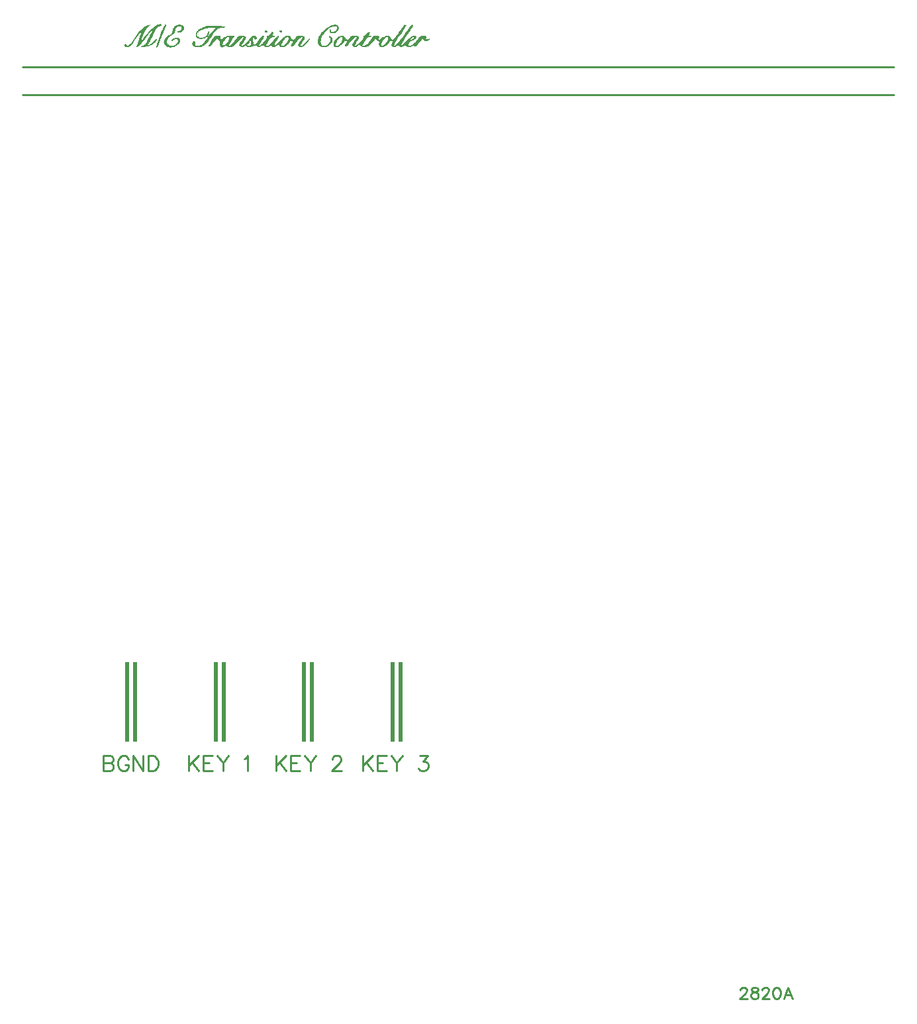
<source format=gto>
G04 Layer: TopSilkscreenLayer*
G04 EasyEDA v6.5.29, 2023-07-16 15:11:24*
G04 67781e16ba424d80afd487f8c688e69f,5a6b42c53f6a479593ecc07194224c93,10*
G04 Gerber Generator version 0.2*
G04 Scale: 100 percent, Rotated: No, Reflected: No *
G04 Dimensions in millimeters *
G04 leading zeros omitted , absolute positions ,4 integer and 5 decimal *
%FSLAX45Y45*%
%MOMM*%

%ADD10C,0.2540*%

%LPD*%
G36*
X1758035Y12723012D02*
G01*
X1753768Y12722809D01*
X1743049Y12721386D01*
X1730552Y12718948D01*
X1717700Y12715595D01*
X1711299Y12713258D01*
X1704238Y12709804D01*
X1696618Y12705384D01*
X1688439Y12700000D01*
X1679854Y12693700D01*
X1670862Y12686538D01*
X1661515Y12678664D01*
X1651914Y12670078D01*
X1642160Y12660833D01*
X1632204Y12650978D01*
X1612239Y12629845D01*
X1602282Y12618618D01*
X1592478Y12607086D01*
X1582877Y12595250D01*
X1573479Y12583210D01*
X1564436Y12571069D01*
X1545945Y12544806D01*
X1536903Y12532461D01*
X1529029Y12522149D01*
X1522679Y12514376D01*
X1518310Y12509703D01*
X1516938Y12508687D01*
X1516227Y12508585D01*
X1516075Y12509601D01*
X1517091Y12515189D01*
X1519682Y12524892D01*
X1523644Y12538049D01*
X1534820Y12571730D01*
X1540814Y12588443D01*
X1546148Y12602159D01*
X1551584Y12614859D01*
X1557172Y12626594D01*
X1562963Y12637414D01*
X1569008Y12647472D01*
X1575308Y12656820D01*
X1582013Y12665557D01*
X1589024Y12673634D01*
X1596491Y12681254D01*
X1637842Y12718846D01*
X1600555Y12711734D01*
X1592122Y12709550D01*
X1583740Y12706705D01*
X1575409Y12703251D01*
X1567078Y12699136D01*
X1558747Y12694310D01*
X1550416Y12688824D01*
X1542034Y12682677D01*
X1533601Y12675768D01*
X1525117Y12668148D01*
X1516532Y12659766D01*
X1507896Y12650673D01*
X1499108Y12640767D01*
X1490167Y12630099D01*
X1481124Y12618618D01*
X1471879Y12606324D01*
X1462481Y12593167D01*
X1443532Y12565176D01*
X1425041Y12538456D01*
X1406702Y12513208D01*
X1389837Y12491313D01*
X1382420Y12482169D01*
X1375816Y12474498D01*
X1370279Y12468555D01*
X1359408Y12458446D01*
X1352753Y12452807D01*
X1347520Y12449251D01*
X1343253Y12447778D01*
X1339494Y12448286D01*
X1335836Y12450724D01*
X1331772Y12455093D01*
X1322578Y12466726D01*
X1318920Y12470739D01*
X1315821Y12473330D01*
X1313078Y12474498D01*
X1310487Y12474346D01*
X1307998Y12472822D01*
X1305356Y12470028D01*
X1302512Y12465964D01*
X1300124Y12461748D01*
X1298600Y12457633D01*
X1297889Y12453670D01*
X1297889Y12449810D01*
X1298600Y12446203D01*
X1299972Y12442850D01*
X1302004Y12439751D01*
X1304594Y12436957D01*
X1307693Y12434519D01*
X1311300Y12432487D01*
X1315364Y12430912D01*
X1319834Y12429744D01*
X1324711Y12429134D01*
X1329893Y12429083D01*
X1335328Y12429591D01*
X1341069Y12430709D01*
X1348587Y12432741D01*
X1355496Y12434976D01*
X1361897Y12437668D01*
X1368044Y12440920D01*
X1374089Y12444933D01*
X1380185Y12449962D01*
X1386586Y12456160D01*
X1393393Y12463729D01*
X1400810Y12472822D01*
X1409090Y12483642D01*
X1428699Y12511227D01*
X1477010Y12582194D01*
X1496618Y12610134D01*
X1510538Y12629032D01*
X1514652Y12634163D01*
X1515922Y12635484D01*
X1516634Y12635941D01*
X1516989Y12635382D01*
X1516583Y12631216D01*
X1514856Y12623342D01*
X1508150Y12599111D01*
X1498447Y12567462D01*
X1487271Y12533172D01*
X1476146Y12500965D01*
X1466596Y12475616D01*
X1462887Y12467031D01*
X1457553Y12455652D01*
X1454912Y12447371D01*
X1453692Y12440107D01*
X1454150Y12434824D01*
X1454810Y12433249D01*
X1455724Y12432030D01*
X1456842Y12431166D01*
X1458214Y12430658D01*
X1459738Y12430455D01*
X1461516Y12430658D01*
X1463446Y12431166D01*
X1465630Y12432030D01*
X1470558Y12434773D01*
X1476248Y12438888D01*
X1482699Y12444272D01*
X1489964Y12451029D01*
X1497888Y12459055D01*
X1506575Y12468352D01*
X1515922Y12478918D01*
X1536700Y12503759D01*
X1560017Y12533477D01*
X1605229Y12593066D01*
X1622501Y12615113D01*
X1636268Y12631928D01*
X1646580Y12643459D01*
X1650441Y12647269D01*
X1653489Y12649758D01*
X1655724Y12650978D01*
X1656537Y12651079D01*
X1657096Y12650876D01*
X1657502Y12650317D01*
X1657705Y12649454D01*
X1657451Y12646761D01*
X1656435Y12642748D01*
X1651965Y12630861D01*
X1644396Y12613843D01*
X1633778Y12591694D01*
X1620164Y12564465D01*
X1599996Y12525400D01*
X1591614Y12509957D01*
X1584096Y12496901D01*
X1577340Y12485979D01*
X1571040Y12476988D01*
X1568094Y12473127D01*
X1562252Y12466574D01*
X1556562Y12461290D01*
X1550771Y12457176D01*
X1544726Y12453874D01*
X1538224Y12451181D01*
X1527251Y12447422D01*
X1521053Y12444984D01*
X1516075Y12442698D01*
X1512316Y12440513D01*
X1509776Y12438532D01*
X1508455Y12436703D01*
X1508252Y12435078D01*
X1509166Y12433706D01*
X1511249Y12432538D01*
X1514449Y12431623D01*
X1518716Y12430963D01*
X1524050Y12430607D01*
X1530451Y12430556D01*
X1546301Y12431369D01*
X1562557Y12433147D01*
X1575968Y12435281D01*
X1588973Y12437973D01*
X1601520Y12441174D01*
X1613611Y12444984D01*
X1625193Y12449251D01*
X1636217Y12454077D01*
X1646682Y12459360D01*
X1656537Y12465100D01*
X1665782Y12471349D01*
X1674368Y12478004D01*
X1682242Y12485065D01*
X1689404Y12492583D01*
X1695805Y12500508D01*
X1698752Y12504572D01*
X1706422Y12516256D01*
X1712214Y12525756D01*
X1716074Y12533071D01*
X1718106Y12538252D01*
X1718411Y12540030D01*
X1718259Y12541250D01*
X1717649Y12541910D01*
X1716582Y12542062D01*
X1715058Y12541656D01*
X1710740Y12539218D01*
X1704695Y12534646D01*
X1696974Y12527889D01*
X1687575Y12518999D01*
X1664258Y12495377D01*
X1651812Y12483744D01*
X1639620Y12473533D01*
X1633829Y12469114D01*
X1628292Y12465202D01*
X1623161Y12461900D01*
X1618488Y12459208D01*
X1614322Y12457226D01*
X1610766Y12456007D01*
X1607870Y12455601D01*
X1602333Y12455702D01*
X1598269Y12456058D01*
X1595780Y12456871D01*
X1594866Y12458344D01*
X1595374Y12460579D01*
X1597406Y12463729D01*
X1600911Y12468047D01*
X1607362Y12475362D01*
X1610969Y12480391D01*
X1615389Y12487249D01*
X1626158Y12505740D01*
X1638757Y12529058D01*
X1652219Y12555474D01*
X1683359Y12619939D01*
X1692148Y12637109D01*
X1699971Y12651486D01*
X1707083Y12663373D01*
X1713585Y12673025D01*
X1719732Y12680645D01*
X1722729Y12683794D01*
X1728673Y12688874D01*
X1731670Y12690906D01*
X1734718Y12692583D01*
X1741068Y12695224D01*
X1747875Y12696952D01*
X1757172Y12698831D01*
X1762150Y12700558D01*
X1766265Y12702743D01*
X1769618Y12705181D01*
X1772056Y12707823D01*
X1773580Y12710566D01*
X1774139Y12713258D01*
X1773732Y12715849D01*
X1772259Y12718237D01*
X1769770Y12720218D01*
X1766062Y12721793D01*
X1761286Y12722860D01*
G37*
G36*
X3991864Y12716611D02*
G01*
X3981450Y12715748D01*
X3970274Y12713766D01*
X3958437Y12710668D01*
X3945940Y12706451D01*
X3932885Y12701117D01*
X3919321Y12694615D01*
X3905300Y12687046D01*
X3893261Y12679934D01*
X3882136Y12672923D01*
X3871823Y12665964D01*
X3862222Y12659004D01*
X3853332Y12651943D01*
X3845051Y12644678D01*
X3837228Y12637160D01*
X3829913Y12629286D01*
X3822903Y12621056D01*
X3816248Y12612319D01*
X3809796Y12603022D01*
X3803497Y12593066D01*
X3797249Y12582398D01*
X3791000Y12570968D01*
X3784498Y12557912D01*
X3779265Y12545466D01*
X3777132Y12539522D01*
X3773779Y12528042D01*
X3772560Y12522504D01*
X3771646Y12517120D01*
X3771036Y12511836D01*
X3770782Y12506706D01*
X3770833Y12501676D01*
X3771137Y12496800D01*
X3771798Y12491974D01*
X3772814Y12487300D01*
X3774084Y12482677D01*
X3775710Y12478207D01*
X3777589Y12473787D01*
X3779824Y12469469D01*
X3782364Y12465202D01*
X3788410Y12456922D01*
X3795725Y12448895D01*
X3805885Y12439446D01*
X3810558Y12435789D01*
X3815130Y12432792D01*
X3819702Y12430506D01*
X3824427Y12428728D01*
X3829456Y12427559D01*
X3834892Y12426899D01*
X3840886Y12426746D01*
X3847541Y12427000D01*
X3855008Y12427661D01*
X3869131Y12429642D01*
X3874770Y12430912D01*
X3880307Y12432436D01*
X3885692Y12434265D01*
X3890975Y12436348D01*
X3901186Y12441326D01*
X3910837Y12447168D01*
X3919829Y12453823D01*
X3928160Y12461138D01*
X3935729Y12469012D01*
X3942435Y12477343D01*
X3945483Y12481610D01*
X3950817Y12490348D01*
X3955237Y12499238D01*
X3958539Y12508128D01*
X3959809Y12512598D01*
X3960774Y12516967D01*
X3961434Y12521285D01*
X3961790Y12525603D01*
X3961841Y12529769D01*
X3961587Y12533884D01*
X3960977Y12537846D01*
X3960063Y12541707D01*
X3958793Y12545415D01*
X3957167Y12548971D01*
X3955186Y12552375D01*
X3952849Y12555575D01*
X3950106Y12558572D01*
X3947007Y12561366D01*
X3943502Y12563957D01*
X3939590Y12566294D01*
X3933291Y12569291D01*
X3927652Y12571374D01*
X3922776Y12572492D01*
X3918712Y12572847D01*
X3915511Y12572390D01*
X3913225Y12571272D01*
X3912006Y12569494D01*
X3911904Y12567107D01*
X3912920Y12564211D01*
X3915257Y12560909D01*
X3918864Y12557150D01*
X3926941Y12550546D01*
X3929481Y12547650D01*
X3931513Y12544501D01*
X3933088Y12541097D01*
X3934155Y12537490D01*
X3934815Y12533630D01*
X3935069Y12529616D01*
X3934917Y12525502D01*
X3934358Y12521184D01*
X3933393Y12516815D01*
X3932123Y12512344D01*
X3930497Y12507823D01*
X3926281Y12498730D01*
X3923741Y12494209D01*
X3917848Y12485319D01*
X3910990Y12476835D01*
X3903319Y12469012D01*
X3899204Y12465354D01*
X3894988Y12461951D01*
X3890568Y12458750D01*
X3886047Y12455906D01*
X3881424Y12453315D01*
X3876751Y12451029D01*
X3871976Y12449149D01*
X3867150Y12447625D01*
X3862273Y12446508D01*
X3857396Y12445796D01*
X3852468Y12445593D01*
X3847439Y12445796D01*
X3842715Y12446508D01*
X3838295Y12447676D01*
X3834180Y12449302D01*
X3830370Y12451384D01*
X3826916Y12453924D01*
X3823715Y12456922D01*
X3820871Y12460325D01*
X3818382Y12464186D01*
X3816146Y12468504D01*
X3814267Y12473228D01*
X3812743Y12478359D01*
X3811574Y12483947D01*
X3810711Y12489942D01*
X3810152Y12496342D01*
X3810000Y12503200D01*
X3810508Y12513919D01*
X3812032Y12524892D01*
X3814470Y12535916D01*
X3817823Y12547041D01*
X3821988Y12558166D01*
X3826967Y12569240D01*
X3832656Y12580213D01*
X3839006Y12591034D01*
X3846017Y12601651D01*
X3853586Y12611963D01*
X3861663Y12621971D01*
X3870248Y12631572D01*
X3879189Y12640716D01*
X3888536Y12649403D01*
X3898188Y12657480D01*
X3908094Y12664998D01*
X3918153Y12671806D01*
X3928414Y12677902D01*
X3938778Y12683236D01*
X3949141Y12687706D01*
X3959555Y12691262D01*
X3964686Y12692735D01*
X3974947Y12694869D01*
X3985107Y12695936D01*
X3990086Y12696088D01*
X3996182Y12695885D01*
X4001566Y12695428D01*
X4006291Y12694564D01*
X4010253Y12693345D01*
X4013555Y12691770D01*
X4016197Y12689840D01*
X4018127Y12687554D01*
X4019346Y12684861D01*
X4019956Y12681762D01*
X4019804Y12678257D01*
X4019042Y12674295D01*
X4017568Y12669977D01*
X4015435Y12665202D01*
X4012641Y12659969D01*
X4009186Y12654330D01*
X4005072Y12648184D01*
X4001414Y12643662D01*
X3997147Y12639598D01*
X3992473Y12636042D01*
X3987393Y12632994D01*
X3982161Y12630454D01*
X3976725Y12628473D01*
X3971340Y12627051D01*
X3966006Y12626187D01*
X3960926Y12625882D01*
X3956151Y12626187D01*
X3951833Y12627051D01*
X3948023Y12628575D01*
X3944874Y12630708D01*
X3942486Y12633452D01*
X3940962Y12636906D01*
X3939641Y12646812D01*
X3937457Y12651587D01*
X3934307Y12654788D01*
X3930396Y12656007D01*
X3925925Y12654940D01*
X3922826Y12652095D01*
X3921099Y12647777D01*
X3920744Y12642443D01*
X3921709Y12636398D01*
X3923995Y12630048D01*
X3927551Y12623749D01*
X3932377Y12617907D01*
X3936237Y12614554D01*
X3940301Y12611709D01*
X3944620Y12609372D01*
X3949192Y12607594D01*
X3953916Y12606274D01*
X3958793Y12605461D01*
X3963771Y12605105D01*
X3968851Y12605207D01*
X3973982Y12605715D01*
X3979164Y12606629D01*
X3984294Y12608001D01*
X3989425Y12609677D01*
X3994454Y12611760D01*
X3999433Y12614198D01*
X4004259Y12616942D01*
X4008882Y12619990D01*
X4013352Y12623393D01*
X4017568Y12627000D01*
X4021582Y12630912D01*
X4025290Y12635077D01*
X4028643Y12639497D01*
X4031691Y12644120D01*
X4034332Y12648895D01*
X4036568Y12653873D01*
X4038346Y12659055D01*
X4039666Y12664338D01*
X4040479Y12669774D01*
X4040784Y12675362D01*
X4040581Y12679934D01*
X4040073Y12684252D01*
X4039209Y12688265D01*
X4038041Y12692024D01*
X4036568Y12695580D01*
X4034739Y12698780D01*
X4032656Y12701778D01*
X4030268Y12704470D01*
X4027576Y12706908D01*
X4024579Y12709093D01*
X4021378Y12710972D01*
X4017873Y12712598D01*
X4014114Y12713970D01*
X4010151Y12715036D01*
X4005884Y12715849D01*
X4001414Y12716357D01*
X3996740Y12716611D01*
G37*
G36*
X1820722Y12716103D02*
G01*
X1819706Y12715798D01*
X1818487Y12714833D01*
X1815388Y12711176D01*
X1811528Y12705232D01*
X1806956Y12697155D01*
X1801723Y12687198D01*
X1789734Y12661950D01*
X1783080Y12647066D01*
X1768856Y12613436D01*
X1753920Y12575794D01*
X1739341Y12537186D01*
X1727504Y12504166D01*
X1718411Y12476683D01*
X1712061Y12454788D01*
X1709928Y12446000D01*
X1708505Y12438583D01*
X1707743Y12432588D01*
X1707692Y12428067D01*
X1707896Y12426340D01*
X1708302Y12424968D01*
X1708912Y12423952D01*
X1709623Y12423292D01*
X1710588Y12423038D01*
X1711655Y12423089D01*
X1714398Y12424359D01*
X1717802Y12427051D01*
X1721967Y12431217D01*
X1723389Y12433554D01*
X1728927Y12445187D01*
X1737410Y12464796D01*
X1760575Y12520828D01*
X1790547Y12595910D01*
X1814575Y12657937D01*
X1823821Y12682677D01*
X1830324Y12700914D01*
X1832305Y12707010D01*
X1833473Y12711836D01*
X1832457Y12713512D01*
X1829714Y12714884D01*
X1825650Y12715798D01*
G37*
G36*
X2001570Y12716103D02*
G01*
X1994865Y12715951D01*
X1988515Y12715494D01*
X1982520Y12714732D01*
X1976831Y12713665D01*
X1971395Y12712192D01*
X1966214Y12710414D01*
X1961235Y12708229D01*
X1956460Y12705689D01*
X1951786Y12702794D01*
X1947265Y12699441D01*
X1942795Y12695682D01*
X1938375Y12691516D01*
X1934616Y12687554D01*
X1931162Y12683388D01*
X1927961Y12679019D01*
X1925066Y12674549D01*
X1922475Y12669977D01*
X1920239Y12665252D01*
X1918309Y12660426D01*
X1916684Y12655600D01*
X1915414Y12650673D01*
X1914499Y12645745D01*
X1913940Y12640868D01*
X1913585Y12630099D01*
X1913128Y12624816D01*
X1912315Y12619990D01*
X1911096Y12615570D01*
X1909419Y12611506D01*
X1907286Y12607798D01*
X1904593Y12604242D01*
X1901342Y12600889D01*
X1897481Y12597638D01*
X1892960Y12594437D01*
X1866950Y12579502D01*
X1853692Y12570917D01*
X1841906Y12562179D01*
X1836623Y12557709D01*
X1827225Y12548768D01*
X1823110Y12544196D01*
X1819351Y12539624D01*
X1815998Y12535001D01*
X1813052Y12530328D01*
X1810512Y12525654D01*
X1808327Y12520930D01*
X1806549Y12516154D01*
X1805178Y12511379D01*
X1804162Y12506553D01*
X1803552Y12501727D01*
X1803400Y12496850D01*
X1803654Y12491415D01*
X1804517Y12486081D01*
X1805939Y12480747D01*
X1807870Y12475514D01*
X1810257Y12470434D01*
X1813102Y12465456D01*
X1816354Y12460681D01*
X1820011Y12456109D01*
X1824075Y12451740D01*
X1828444Y12447625D01*
X1833118Y12443764D01*
X1838096Y12440208D01*
X1843278Y12436957D01*
X1848713Y12434112D01*
X1854352Y12431572D01*
X1860143Y12429490D01*
X1866036Y12427813D01*
X1872081Y12426543D01*
X1878177Y12425781D01*
X1884324Y12425527D01*
X1891080Y12425730D01*
X1897786Y12426188D01*
X1911197Y12428169D01*
X1917852Y12429591D01*
X1924456Y12431268D01*
X1931009Y12433249D01*
X1943709Y12437922D01*
X1955850Y12443510D01*
X1967280Y12449911D01*
X1972665Y12453366D01*
X1982724Y12460732D01*
X1987296Y12464643D01*
X1995627Y12472822D01*
X1999284Y12477038D01*
X2002586Y12481356D01*
X2005533Y12485725D01*
X2008073Y12490145D01*
X2010156Y12494666D01*
X2011832Y12499136D01*
X2013051Y12503658D01*
X2013813Y12508179D01*
X2014067Y12512700D01*
X2013813Y12517374D01*
X2012950Y12521692D01*
X2011629Y12525756D01*
X2009851Y12529515D01*
X2007565Y12532969D01*
X2004923Y12536119D01*
X2001875Y12538913D01*
X1998472Y12541453D01*
X1994712Y12543637D01*
X1990699Y12545517D01*
X1986432Y12547041D01*
X1981962Y12548311D01*
X1977237Y12549174D01*
X1972411Y12549784D01*
X1967382Y12549987D01*
X1962302Y12549936D01*
X1957120Y12549479D01*
X1951939Y12548717D01*
X1946706Y12547600D01*
X1941525Y12546126D01*
X1936394Y12544348D01*
X1931314Y12542215D01*
X1926386Y12539675D01*
X1921611Y12536830D01*
X1916988Y12533579D01*
X1912620Y12530023D01*
X1908454Y12526060D01*
X1904593Y12521793D01*
X1900885Y12517069D01*
X1898294Y12513208D01*
X1896770Y12510211D01*
X1896364Y12508077D01*
X1896973Y12506807D01*
X1898599Y12506350D01*
X1901291Y12506807D01*
X1904949Y12508077D01*
X1909572Y12510262D01*
X1915160Y12513259D01*
X1934464Y12525095D01*
X1939645Y12527788D01*
X1944624Y12529870D01*
X1949399Y12531344D01*
X1953869Y12532309D01*
X1958086Y12532766D01*
X1962048Y12532715D01*
X1965706Y12532258D01*
X1969109Y12531293D01*
X1972157Y12529972D01*
X1974850Y12528245D01*
X1977237Y12526213D01*
X1979269Y12523774D01*
X1980895Y12521082D01*
X1982165Y12518136D01*
X1983028Y12514884D01*
X1983486Y12511430D01*
X1983536Y12507772D01*
X1983130Y12503962D01*
X1982266Y12500000D01*
X1980946Y12495936D01*
X1979117Y12491770D01*
X1976831Y12487554D01*
X1974037Y12483287D01*
X1970735Y12478969D01*
X1966874Y12474702D01*
X1962505Y12470485D01*
X1957527Y12466320D01*
X1952091Y12462357D01*
X1946605Y12458852D01*
X1941017Y12455753D01*
X1935429Y12453162D01*
X1929790Y12451029D01*
X1924151Y12449302D01*
X1918512Y12448032D01*
X1912975Y12447168D01*
X1907489Y12446711D01*
X1902053Y12446660D01*
X1896770Y12447016D01*
X1891588Y12447778D01*
X1886559Y12448946D01*
X1881682Y12450470D01*
X1877009Y12452350D01*
X1872589Y12454585D01*
X1868373Y12457226D01*
X1864410Y12460173D01*
X1860702Y12463475D01*
X1857349Y12467082D01*
X1854250Y12471044D01*
X1851558Y12475362D01*
X1849170Y12479934D01*
X1847189Y12484811D01*
X1845614Y12489992D01*
X1844446Y12495479D01*
X1843735Y12501219D01*
X1843532Y12507264D01*
X1843684Y12511024D01*
X1844192Y12514834D01*
X1845056Y12518644D01*
X1846275Y12522454D01*
X1847850Y12526314D01*
X1849729Y12530175D01*
X1852015Y12534087D01*
X1854657Y12537998D01*
X1860956Y12545974D01*
X1868779Y12554051D01*
X1878025Y12562332D01*
X1888794Y12570815D01*
X1901088Y12579451D01*
X1914855Y12588341D01*
X1920646Y12592405D01*
X1926082Y12597282D01*
X1931111Y12602819D01*
X1935632Y12608966D01*
X1939645Y12615519D01*
X1942998Y12622428D01*
X1945639Y12629591D01*
X1949043Y12643612D01*
X1950923Y12650419D01*
X1953056Y12657175D01*
X1955393Y12663576D01*
X1957832Y12669520D01*
X1960321Y12674803D01*
X1962810Y12679222D01*
X1965198Y12682575D01*
X1969516Y12686741D01*
X1974799Y12690094D01*
X1980793Y12692684D01*
X1987245Y12694412D01*
X1994001Y12695428D01*
X2000859Y12695631D01*
X2007514Y12695072D01*
X2013762Y12693751D01*
X2019452Y12691668D01*
X2024278Y12688824D01*
X2028037Y12685268D01*
X2030577Y12680899D01*
X2031847Y12675920D01*
X2032050Y12670739D01*
X2031238Y12665608D01*
X2029460Y12660528D01*
X2026869Y12655651D01*
X2023516Y12651079D01*
X2019503Y12646914D01*
X2014931Y12643256D01*
X2009902Y12640208D01*
X2004466Y12637922D01*
X1998725Y12636449D01*
X1985467Y12635179D01*
X1979472Y12632994D01*
X1975408Y12629845D01*
X1973935Y12625933D01*
X1974494Y12622885D01*
X1976120Y12620447D01*
X1978660Y12618516D01*
X1982012Y12617094D01*
X1986076Y12616230D01*
X1990699Y12615875D01*
X1995830Y12615976D01*
X2001266Y12616535D01*
X2007006Y12617551D01*
X2012848Y12619024D01*
X2018690Y12620904D01*
X2024481Y12623190D01*
X2030018Y12625832D01*
X2035200Y12628880D01*
X2039975Y12632232D01*
X2044192Y12635941D01*
X2048916Y12640970D01*
X2052980Y12645999D01*
X2056485Y12650978D01*
X2059330Y12655905D01*
X2061616Y12660731D01*
X2063242Y12665506D01*
X2064359Y12670129D01*
X2064816Y12674650D01*
X2064766Y12679070D01*
X2064105Y12683286D01*
X2062937Y12687300D01*
X2061210Y12691160D01*
X2058974Y12694818D01*
X2056180Y12698222D01*
X2052878Y12701371D01*
X2049068Y12704318D01*
X2044801Y12706908D01*
X2040026Y12709245D01*
X2034743Y12711277D01*
X2029002Y12713004D01*
X2022805Y12714325D01*
X2016201Y12715290D01*
X2009089Y12715900D01*
G37*
G36*
X4886045Y12715849D02*
G01*
X4884267Y12715595D01*
X4882184Y12714782D01*
X4879898Y12713512D01*
X4874564Y12709398D01*
X4868316Y12703352D01*
X4861204Y12695428D01*
X4853228Y12685674D01*
X4844491Y12674142D01*
X4835042Y12660934D01*
X4824831Y12645999D01*
X4814011Y12629540D01*
X4802581Y12611557D01*
X4791608Y12594793D01*
X4781448Y12579908D01*
X4772101Y12566904D01*
X4763516Y12555778D01*
X4755591Y12546431D01*
X4748326Y12538913D01*
X4741672Y12533172D01*
X4738573Y12530937D01*
X4735576Y12529108D01*
X4732731Y12527737D01*
X4729988Y12526772D01*
X4727397Y12526213D01*
X4724857Y12526111D01*
X4722469Y12526365D01*
X4720183Y12527026D01*
X4717948Y12528143D01*
X4715814Y12529616D01*
X4713782Y12531496D01*
X4711852Y12533731D01*
X4708093Y12539421D01*
X4706315Y12542824D01*
X4700168Y12557150D01*
X4697018Y12562484D01*
X4693412Y12566802D01*
X4689297Y12570256D01*
X4684471Y12572796D01*
X4678984Y12574524D01*
X4672634Y12575540D01*
X4665370Y12575844D01*
X4661255Y12575590D01*
X4656632Y12574930D01*
X4651603Y12573863D01*
X4640580Y12570612D01*
X4628845Y12566091D01*
X4617008Y12560503D01*
X4605680Y12554153D01*
X4578756Y12536576D01*
X4573219Y12533274D01*
X4564430Y12528854D01*
X4561078Y12527686D01*
X4558385Y12527280D01*
X4556353Y12527534D01*
X4554880Y12528499D01*
X4553966Y12530175D01*
X4553508Y12532614D01*
X4553559Y12535712D01*
X4554931Y12543993D01*
X4557369Y12554254D01*
X4558080Y12558522D01*
X4558284Y12562078D01*
X4557877Y12565024D01*
X4556658Y12567361D01*
X4554575Y12569240D01*
X4551578Y12570612D01*
X4547514Y12571679D01*
X4542231Y12572390D01*
X4527804Y12573152D01*
X4509058Y12573406D01*
X4500981Y12573203D01*
X4494022Y12572695D01*
X4488027Y12571730D01*
X4482795Y12570206D01*
X4478172Y12568021D01*
X4474006Y12565075D01*
X4470044Y12561265D01*
X4466132Y12556540D01*
X4462170Y12550698D01*
X4446625Y12524740D01*
X4439158Y12514021D01*
X4430979Y12503454D01*
X4422241Y12493244D01*
X4413148Y12483541D01*
X4403902Y12474549D01*
X4394657Y12466421D01*
X4385716Y12459411D01*
X4377131Y12453620D01*
X4369206Y12449251D01*
X4365548Y12447676D01*
X4362145Y12446508D01*
X4358944Y12445796D01*
X4356049Y12445593D01*
X4352493Y12445644D01*
X4349496Y12446000D01*
X4347057Y12446609D01*
X4345228Y12447524D01*
X4343908Y12448895D01*
X4343247Y12450673D01*
X4343146Y12453010D01*
X4343704Y12455956D01*
X4344924Y12459512D01*
X4346803Y12463780D01*
X4352594Y12474600D01*
X4361230Y12488976D01*
X4378401Y12515697D01*
X4383633Y12523165D01*
X4388561Y12529769D01*
X4393336Y12535560D01*
X4397908Y12540538D01*
X4402277Y12544755D01*
X4406595Y12548260D01*
X4410811Y12551054D01*
X4414926Y12553188D01*
X4419092Y12554661D01*
X4423257Y12555524D01*
X4437075Y12556591D01*
X4445863Y12558725D01*
X4452874Y12561925D01*
X4457141Y12565837D01*
X4457903Y12569698D01*
X4455363Y12572898D01*
X4449978Y12575032D01*
X4442307Y12575844D01*
X4436414Y12575997D01*
X4431995Y12576556D01*
X4428896Y12577673D01*
X4427118Y12579400D01*
X4426559Y12581940D01*
X4427220Y12585344D01*
X4428947Y12589713D01*
X4434433Y12600990D01*
X4436211Y12606070D01*
X4437075Y12610541D01*
X4437075Y12614300D01*
X4436364Y12617399D01*
X4434890Y12619786D01*
X4432858Y12621514D01*
X4430217Y12622479D01*
X4427118Y12622682D01*
X4423562Y12622174D01*
X4419701Y12620904D01*
X4415536Y12618821D01*
X4411167Y12615976D01*
X4406595Y12612319D01*
X4402023Y12607848D01*
X4392879Y12597130D01*
X4388154Y12592151D01*
X4383328Y12587630D01*
X4378604Y12583668D01*
X4374134Y12580416D01*
X4369968Y12577927D01*
X4366361Y12576403D01*
X4358894Y12575032D01*
X4356252Y12572746D01*
X4355541Y12569444D01*
X4357878Y12563246D01*
X4358030Y12560554D01*
X4357573Y12557404D01*
X4356506Y12553899D01*
X4354931Y12549936D01*
X4352798Y12545669D01*
X4350207Y12541097D01*
X4343704Y12531242D01*
X4335830Y12520676D01*
X4326788Y12509754D01*
X4316984Y12498730D01*
X4306671Y12487960D01*
X4296156Y12477851D01*
X4285792Y12468606D01*
X4275886Y12460579D01*
X4266692Y12454178D01*
X4262475Y12451638D01*
X4258614Y12449606D01*
X4255008Y12448184D01*
X4251858Y12447320D01*
X4249115Y12447066D01*
X4246778Y12447524D01*
X4245000Y12448692D01*
X4244695Y12450572D01*
X4245711Y12454077D01*
X4247845Y12459106D01*
X4251096Y12465354D01*
X4255262Y12472670D01*
X4260240Y12480798D01*
X4265980Y12489586D01*
X4281779Y12512700D01*
X4289145Y12524994D01*
X4292041Y12530480D01*
X4294428Y12535611D01*
X4296308Y12540386D01*
X4297629Y12544806D01*
X4298442Y12548819D01*
X4298696Y12552527D01*
X4298391Y12555880D01*
X4297578Y12558928D01*
X4296156Y12561671D01*
X4294225Y12564110D01*
X4291685Y12566243D01*
X4288637Y12568123D01*
X4284980Y12569698D01*
X4280763Y12571069D01*
X4275937Y12572136D01*
X4270552Y12573000D01*
X4264609Y12573660D01*
X4250893Y12574270D01*
X4233316Y12574168D01*
X4224731Y12573812D01*
X4217263Y12573203D01*
X4210812Y12572339D01*
X4205173Y12571171D01*
X4200347Y12569596D01*
X4196130Y12567615D01*
X4192473Y12565176D01*
X4189171Y12562179D01*
X4186224Y12558674D01*
X4183430Y12554559D01*
X4177385Y12544298D01*
X4173778Y12539522D01*
X4169968Y12535509D01*
X4165955Y12532207D01*
X4161840Y12529667D01*
X4157624Y12527889D01*
X4153357Y12526822D01*
X4149090Y12526518D01*
X4144924Y12526975D01*
X4140809Y12528143D01*
X4136847Y12530074D01*
X4133087Y12532715D01*
X4129582Y12536119D01*
X4126382Y12540284D01*
X4123486Y12545161D01*
X4119219Y12554864D01*
X4117035Y12558572D01*
X4114546Y12561874D01*
X4111701Y12564821D01*
X4108602Y12567361D01*
X4105198Y12569545D01*
X4101592Y12571374D01*
X4097680Y12572847D01*
X4093616Y12573965D01*
X4089298Y12574778D01*
X4084878Y12575184D01*
X4080256Y12575286D01*
X4075480Y12575082D01*
X4070654Y12574524D01*
X4065676Y12573660D01*
X4060647Y12572492D01*
X4050487Y12569190D01*
X4045356Y12567107D01*
X4035196Y12562078D01*
X4025188Y12555880D01*
X4020312Y12552375D01*
X4015536Y12548616D01*
X4010914Y12544602D01*
X4006392Y12540335D01*
X4002074Y12535814D01*
X3997960Y12531039D01*
X3994048Y12526010D01*
X3990390Y12520777D01*
X3986936Y12515291D01*
X3981145Y12504623D01*
X3976725Y12494463D01*
X3974998Y12489586D01*
X3973626Y12484912D01*
X3971747Y12476022D01*
X3971086Y12467793D01*
X3971188Y12463932D01*
X3971544Y12460224D01*
X3972631Y12454940D01*
X4000601Y12454940D01*
X4000855Y12459411D01*
X4001617Y12464288D01*
X4002836Y12469418D01*
X4004462Y12474854D01*
X4006494Y12480493D01*
X4008882Y12486284D01*
X4014724Y12498120D01*
X4021734Y12510008D01*
X4029659Y12521438D01*
X4038295Y12532055D01*
X4042816Y12536932D01*
X4047439Y12541402D01*
X4052874Y12546177D01*
X4058056Y12550089D01*
X4062984Y12553238D01*
X4067556Y12555575D01*
X4071772Y12557150D01*
X4075633Y12557963D01*
X4079087Y12558014D01*
X4082084Y12557353D01*
X4084574Y12555931D01*
X4086606Y12553797D01*
X4088079Y12550952D01*
X4088942Y12547447D01*
X4089247Y12543231D01*
X4088942Y12538405D01*
X4087926Y12532868D01*
X4086199Y12526670D01*
X4084421Y12521641D01*
X4082186Y12516510D01*
X4079646Y12511328D01*
X4073601Y12500965D01*
X4066540Y12490856D01*
X4058767Y12481153D01*
X4050487Y12472111D01*
X4042054Y12463983D01*
X4033672Y12456972D01*
X4025696Y12451334D01*
X4018330Y12447270D01*
X4014978Y12445898D01*
X4011879Y12445034D01*
X4009136Y12444679D01*
X4006646Y12444882D01*
X4004564Y12445644D01*
X4002887Y12446965D01*
X4001668Y12448946D01*
X4000906Y12451588D01*
X4000601Y12454940D01*
X3972631Y12454940D01*
X3974134Y12450368D01*
X3975506Y12447422D01*
X3977132Y12444730D01*
X3978960Y12442240D01*
X3980992Y12439954D01*
X3983228Y12437872D01*
X3985666Y12436043D01*
X3991152Y12432995D01*
X3994150Y12431826D01*
X4000703Y12430201D01*
X4007815Y12429591D01*
X4011574Y12429642D01*
X4019499Y12430556D01*
X4023664Y12431420D01*
X4032250Y12433960D01*
X4041190Y12437618D01*
X4050436Y12442444D01*
X4055160Y12445288D01*
X4064762Y12451943D01*
X4074464Y12459817D01*
X4079392Y12464237D01*
X4090720Y12475514D01*
X4100626Y12486741D01*
X4104741Y12491923D01*
X4108094Y12496596D01*
X4110583Y12500610D01*
X4112056Y12503759D01*
X4115003Y12508534D01*
X4119829Y12511328D01*
X4126026Y12512090D01*
X4132986Y12510516D01*
X4137863Y12508382D01*
X4141317Y12506096D01*
X4143248Y12503302D01*
X4143654Y12499695D01*
X4142486Y12494869D01*
X4139742Y12488519D01*
X4135323Y12480290D01*
X4122928Y12459004D01*
X4118356Y12450673D01*
X4115562Y12444628D01*
X4114495Y12440412D01*
X4115206Y12437770D01*
X4117644Y12436348D01*
X4121759Y12435738D01*
X4127550Y12435636D01*
X4131767Y12436348D01*
X4136644Y12438430D01*
X4142028Y12441682D01*
X4147718Y12446000D01*
X4153560Y12451232D01*
X4159351Y12457226D01*
X4164939Y12463830D01*
X4173728Y12476022D01*
X4181906Y12486690D01*
X4191101Y12497663D01*
X4201058Y12508636D01*
X4211320Y12519406D01*
X4221683Y12529566D01*
X4231843Y12538913D01*
X4241393Y12547092D01*
X4250029Y12553848D01*
X4257497Y12558877D01*
X4260646Y12560604D01*
X4263440Y12561824D01*
X4265726Y12562484D01*
X4267504Y12562535D01*
X4268774Y12561874D01*
X4269181Y12559995D01*
X4268317Y12556540D01*
X4266285Y12551714D01*
X4263237Y12545771D01*
X4259224Y12538811D01*
X4254398Y12531140D01*
X4248810Y12522860D01*
X4236161Y12505283D01*
X4225645Y12489738D01*
X4221581Y12482982D01*
X4218279Y12476886D01*
X4215739Y12471298D01*
X4214012Y12466269D01*
X4213047Y12461697D01*
X4212793Y12457531D01*
X4213301Y12453721D01*
X4214571Y12450216D01*
X4216501Y12446965D01*
X4219244Y12443917D01*
X4222648Y12441021D01*
X4226763Y12438227D01*
X4231589Y12435433D01*
X4236872Y12432842D01*
X4241749Y12430912D01*
X4246422Y12429744D01*
X4250994Y12429286D01*
X4255617Y12429693D01*
X4260443Y12431014D01*
X4265574Y12433198D01*
X4271162Y12436348D01*
X4277309Y12440513D01*
X4284218Y12445746D01*
X4291990Y12452096D01*
X4300728Y12459614D01*
X4309567Y12466828D01*
X4315815Y12470993D01*
X4318914Y12471806D01*
X4318203Y12468910D01*
X4316476Y12465456D01*
X4315409Y12462154D01*
X4314952Y12459055D01*
X4315053Y12456058D01*
X4315714Y12453213D01*
X4316882Y12450572D01*
X4318508Y12448082D01*
X4320590Y12445746D01*
X4323130Y12443612D01*
X4326026Y12441631D01*
X4329328Y12439853D01*
X4332935Y12438227D01*
X4336846Y12436754D01*
X4345432Y12434468D01*
X4350105Y12433554D01*
X4359910Y12432385D01*
X4370222Y12431979D01*
X4380788Y12432334D01*
X4391355Y12433554D01*
X4401769Y12435586D01*
X4411675Y12438481D01*
X4416399Y12440259D01*
X4420920Y12442291D01*
X4425188Y12444526D01*
X4429201Y12446965D01*
X4432960Y12449606D01*
X4436364Y12452553D01*
X4439412Y12455702D01*
X4449978Y12469672D01*
X4464253Y12487452D01*
X4479747Y12505842D01*
X4491736Y12519253D01*
X4498390Y12526060D01*
X4503826Y12530582D01*
X4508398Y12532868D01*
X4512564Y12533122D01*
X4516729Y12531445D01*
X4521352Y12527940D01*
X4534001Y12516104D01*
X4541062Y12510719D01*
X4547158Y12507061D01*
X4551426Y12505690D01*
X4554016Y12503454D01*
X4555540Y12497409D01*
X4555896Y12488468D01*
X4554220Y12471095D01*
X4554169Y12464999D01*
X4554677Y12459309D01*
X4555610Y12454940D01*
X4582566Y12454940D01*
X4582820Y12459411D01*
X4583531Y12464288D01*
X4584750Y12469418D01*
X4586376Y12474854D01*
X4588408Y12480493D01*
X4593590Y12492177D01*
X4596638Y12498120D01*
X4603648Y12510008D01*
X4611573Y12521438D01*
X4620209Y12532055D01*
X4624730Y12536932D01*
X4629353Y12541402D01*
X4634788Y12546177D01*
X4639970Y12550089D01*
X4644898Y12553238D01*
X4649470Y12555575D01*
X4653686Y12557150D01*
X4657547Y12557963D01*
X4661001Y12558014D01*
X4663998Y12557353D01*
X4666488Y12555931D01*
X4668520Y12553797D01*
X4669993Y12550952D01*
X4670907Y12547447D01*
X4671161Y12543231D01*
X4670856Y12538405D01*
X4669840Y12532868D01*
X4668113Y12526670D01*
X4666335Y12521641D01*
X4664151Y12516510D01*
X4658715Y12506147D01*
X4652111Y12495885D01*
X4644644Y12485928D01*
X4636566Y12476530D01*
X4628184Y12467945D01*
X4619752Y12460325D01*
X4611522Y12453975D01*
X4607610Y12451334D01*
X4603851Y12449098D01*
X4600244Y12447270D01*
X4596892Y12445898D01*
X4593844Y12445034D01*
X4591050Y12444679D01*
X4588611Y12444882D01*
X4586528Y12445644D01*
X4584801Y12446965D01*
X4583582Y12448946D01*
X4582820Y12451588D01*
X4582566Y12454940D01*
X4555610Y12454940D01*
X4557471Y12449251D01*
X4559706Y12444933D01*
X4562449Y12441072D01*
X4565650Y12437719D01*
X4569358Y12434925D01*
X4573473Y12432639D01*
X4578096Y12430912D01*
X4583074Y12429744D01*
X4588459Y12429185D01*
X4594250Y12429236D01*
X4600346Y12429896D01*
X4606798Y12431217D01*
X4611116Y12432538D01*
X4615738Y12434366D01*
X4620666Y12436602D01*
X4631029Y12442342D01*
X4641850Y12449454D01*
X4652670Y12457480D01*
X4663084Y12466167D01*
X4672736Y12475159D01*
X4681118Y12484049D01*
X4684725Y12488367D01*
X4687824Y12492532D01*
X4690465Y12496546D01*
X4692497Y12500305D01*
X4693970Y12503759D01*
X4696968Y12508534D01*
X4701794Y12511379D01*
X4707991Y12512040D01*
X4715052Y12510414D01*
X4719675Y12508433D01*
X4723130Y12506198D01*
X4725365Y12503658D01*
X4726533Y12500559D01*
X4726635Y12496800D01*
X4725619Y12492126D01*
X4723638Y12486386D01*
X4717745Y12472568D01*
X4715764Y12466624D01*
X4714798Y12461392D01*
X4714798Y12456668D01*
X4715764Y12452299D01*
X4717796Y12448032D01*
X4720844Y12443764D01*
X4725009Y12439294D01*
X4729886Y12434671D01*
X4734255Y12431420D01*
X4738420Y12429439D01*
X4742891Y12428778D01*
X4747920Y12429388D01*
X4753914Y12431318D01*
X4761280Y12434570D01*
X4779416Y12443612D01*
X4786731Y12446863D01*
X4792726Y12448794D01*
X4797755Y12449454D01*
X4802174Y12448794D01*
X4806391Y12446863D01*
X4810709Y12443612D01*
X4820310Y12434570D01*
X4824628Y12431318D01*
X4828794Y12429388D01*
X4833112Y12428677D01*
X4838039Y12429236D01*
X4843780Y12431064D01*
X4850790Y12434163D01*
X4867808Y12442748D01*
X4874971Y12445796D01*
X4881118Y12447625D01*
X4886604Y12448286D01*
X4891887Y12447727D01*
X4897221Y12445949D01*
X4903063Y12443002D01*
X4914341Y12435992D01*
X4918557Y12433655D01*
X4922520Y12431826D01*
X4926380Y12430556D01*
X4930292Y12429794D01*
X4934305Y12429591D01*
X4938572Y12429896D01*
X4943195Y12430760D01*
X4948377Y12432182D01*
X4954219Y12434112D01*
X4975453Y12442545D01*
X4981905Y12444831D01*
X4987544Y12446508D01*
X4992217Y12447574D01*
X4995773Y12448032D01*
X4998161Y12447778D01*
X4999177Y12446863D01*
X4997958Y12441478D01*
X5000294Y12438380D01*
X5005324Y12436297D01*
X5012537Y12435535D01*
X5017160Y12436195D01*
X5022088Y12438024D01*
X5027269Y12440920D01*
X5032603Y12444831D01*
X5037937Y12449708D01*
X5043170Y12455347D01*
X5048250Y12461748D01*
X5062524Y12483084D01*
X5069687Y12492837D01*
X5077002Y12502083D01*
X5084114Y12510414D01*
X5090566Y12517272D01*
X5099659Y12525502D01*
X5104790Y12529413D01*
X5109057Y12531852D01*
X5112816Y12532766D01*
X5116474Y12532207D01*
X5120284Y12530226D01*
X5124551Y12526772D01*
X5129631Y12521895D01*
X5136692Y12515596D01*
X5144008Y12510465D01*
X5150662Y12506960D01*
X5155793Y12505690D01*
X5160314Y12506096D01*
X5165242Y12507214D01*
X5170525Y12508992D01*
X5175910Y12511328D01*
X5181295Y12514021D01*
X5186527Y12517120D01*
X5191353Y12520371D01*
X5195671Y12523774D01*
X5199329Y12527178D01*
X5202174Y12530480D01*
X5203952Y12533630D01*
X5204612Y12536474D01*
X5203342Y12540132D01*
X5199634Y12541300D01*
X5193588Y12539929D01*
X5185206Y12536119D01*
X5172811Y12529972D01*
X5167934Y12528042D01*
X5163972Y12526924D01*
X5160822Y12526619D01*
X5158486Y12527178D01*
X5156860Y12528550D01*
X5155895Y12530836D01*
X5155590Y12534036D01*
X5155895Y12538151D01*
X5156758Y12543180D01*
X5159349Y12554254D01*
X5160111Y12558522D01*
X5160314Y12562078D01*
X5159857Y12564973D01*
X5158740Y12567310D01*
X5156708Y12569139D01*
X5153812Y12570510D01*
X5149850Y12571526D01*
X5144719Y12572187D01*
X5130749Y12572847D01*
X5114798Y12572949D01*
X5103063Y12572441D01*
X5097983Y12571882D01*
X5093309Y12571018D01*
X5088991Y12569901D01*
X5084978Y12568377D01*
X5081168Y12566497D01*
X5077460Y12564160D01*
X5073802Y12561366D01*
X5070144Y12558064D01*
X5066334Y12554153D01*
X5058257Y12544552D01*
X5040985Y12522250D01*
X5032197Y12512141D01*
X5022596Y12502083D01*
X5012486Y12492278D01*
X5002123Y12482931D01*
X4991658Y12474194D01*
X4981448Y12466218D01*
X4971643Y12459309D01*
X4962499Y12453569D01*
X4954320Y12449251D01*
X4947259Y12446508D01*
X4944211Y12445796D01*
X4941570Y12445593D01*
X4938268Y12447676D01*
X4936032Y12453467D01*
X4935016Y12461951D01*
X4935524Y12472365D01*
X4936744Y12479274D01*
X4938623Y12485319D01*
X4941265Y12490653D01*
X4944770Y12495276D01*
X4949190Y12499289D01*
X4954625Y12502845D01*
X4961128Y12505944D01*
X4982159Y12513564D01*
X4988356Y12516205D01*
X4994148Y12518999D01*
X5004663Y12524943D01*
X5009388Y12527991D01*
X5013706Y12531140D01*
X5021072Y12537541D01*
X5024120Y12540742D01*
X5026761Y12543891D01*
X5028996Y12547041D01*
X5030724Y12550089D01*
X5031994Y12553086D01*
X5032806Y12555982D01*
X5033162Y12558776D01*
X5033010Y12561417D01*
X5032349Y12563856D01*
X5031181Y12566192D01*
X5029504Y12568275D01*
X5027269Y12570155D01*
X5024526Y12571831D01*
X5021224Y12573203D01*
X5017363Y12574320D01*
X5012944Y12575133D01*
X5007914Y12575641D01*
X5002326Y12575844D01*
X4994757Y12575438D01*
X4987442Y12574168D01*
X4980127Y12571780D01*
X4972558Y12568123D01*
X4968595Y12565786D01*
X4960112Y12559842D01*
X4950764Y12552222D01*
X4940198Y12542672D01*
X4926939Y12529820D01*
X4958334Y12529820D01*
X4959654Y12532715D01*
X4962448Y12536525D01*
X4966766Y12541046D01*
X4972761Y12546380D01*
X4982565Y12553645D01*
X4991506Y12558674D01*
X4998567Y12561011D01*
X5002834Y12560249D01*
X5003647Y12556744D01*
X5001412Y12551765D01*
X4996535Y12545923D01*
X4989474Y12539929D01*
X4982362Y12535103D01*
X4976012Y12531293D01*
X4970475Y12528600D01*
X4965852Y12526924D01*
X4962245Y12526213D01*
X4959705Y12526518D01*
X4958384Y12527686D01*
X4958334Y12529820D01*
X4926939Y12529820D01*
X4900320Y12502489D01*
X4887620Y12489738D01*
X4875733Y12478308D01*
X4864862Y12468352D01*
X4855311Y12460173D01*
X4847437Y12454026D01*
X4841443Y12450064D01*
X4839258Y12449048D01*
X4837684Y12448641D01*
X4836668Y12448946D01*
X4836464Y12449657D01*
X4836566Y12450927D01*
X4837938Y12455042D01*
X4840681Y12461138D01*
X4844694Y12469012D01*
X4856226Y12489637D01*
X4871821Y12515596D01*
X4890668Y12545669D01*
X4933797Y12611506D01*
X4953304Y12641630D01*
X4969865Y12667742D01*
X4982718Y12688519D01*
X4990947Y12702692D01*
X4993132Y12706908D01*
X4993894Y12708991D01*
X4992522Y12711734D01*
X4988763Y12713970D01*
X4983175Y12715392D01*
X4976368Y12715849D01*
X4974539Y12715595D01*
X4972507Y12714782D01*
X4970170Y12713462D01*
X4967630Y12711684D01*
X4961839Y12706604D01*
X4955184Y12699542D01*
X4947615Y12690652D01*
X4939284Y12679934D01*
X4930140Y12667488D01*
X4920284Y12653264D01*
X4909769Y12637414D01*
X4889906Y12606426D01*
X4880864Y12592913D01*
X4862118Y12566396D01*
X4852568Y12553492D01*
X4842967Y12540945D01*
X4823968Y12517323D01*
X4805680Y12496139D01*
X4788763Y12478054D01*
X4780940Y12470384D01*
X4773676Y12463678D01*
X4767072Y12458090D01*
X4761128Y12453721D01*
X4755997Y12450572D01*
X4751628Y12448794D01*
X4749850Y12448387D01*
X4748225Y12448387D01*
X4746904Y12448743D01*
X4745837Y12449505D01*
X4745634Y12450216D01*
X4745786Y12451435D01*
X4747209Y12455448D01*
X4750054Y12461494D01*
X4754118Y12469317D01*
X4765751Y12489789D01*
X4781448Y12515697D01*
X4800346Y12545669D01*
X4843526Y12611506D01*
X4863033Y12641630D01*
X4879594Y12667742D01*
X4892395Y12688519D01*
X4900676Y12702692D01*
X4902860Y12706908D01*
X4903622Y12708991D01*
X4902200Y12711734D01*
X4898440Y12713970D01*
X4892852Y12715392D01*
G37*
G36*
X2428697Y12704013D02*
G01*
X2413152Y12703860D01*
X2398572Y12703403D01*
X2385364Y12702641D01*
X2373782Y12701625D01*
X2364181Y12700254D01*
X2351379Y12697307D01*
X2334514Y12692786D01*
X2318715Y12687960D01*
X2304034Y12682778D01*
X2290419Y12677292D01*
X2277922Y12671450D01*
X2266543Y12665303D01*
X2261260Y12662154D01*
X2251557Y12655550D01*
X2242972Y12648641D01*
X2235504Y12641427D01*
X2229205Y12633909D01*
X2226462Y12630048D01*
X2221839Y12622072D01*
X2219960Y12617958D01*
X2218385Y12613843D01*
X2217064Y12609576D01*
X2216048Y12605308D01*
X2215337Y12600940D01*
X2214880Y12596469D01*
X2214727Y12591999D01*
X2214829Y12585750D01*
X2215845Y12574574D01*
X2216759Y12569647D01*
X2217978Y12565075D01*
X2219502Y12560858D01*
X2221331Y12557048D01*
X2223516Y12553594D01*
X2226056Y12550495D01*
X2228951Y12547752D01*
X2232253Y12545314D01*
X2235911Y12543180D01*
X2240026Y12541351D01*
X2244496Y12539776D01*
X2249474Y12538506D01*
X2254910Y12537490D01*
X2260752Y12536728D01*
X2267153Y12536170D01*
X2281377Y12535763D01*
X2288692Y12535916D01*
X2295601Y12536322D01*
X2302154Y12537033D01*
X2308352Y12538049D01*
X2314244Y12539421D01*
X2319883Y12541097D01*
X2325268Y12543078D01*
X2330399Y12545415D01*
X2335377Y12548057D01*
X2340102Y12551105D01*
X2344724Y12554508D01*
X2349246Y12558318D01*
X2354072Y12562992D01*
X2358694Y12568326D01*
X2363063Y12574117D01*
X2367178Y12580264D01*
X2370937Y12586614D01*
X2374341Y12593116D01*
X2377287Y12599568D01*
X2379827Y12605867D01*
X2381808Y12611912D01*
X2383231Y12617551D01*
X2384094Y12622631D01*
X2384298Y12627102D01*
X2383739Y12630810D01*
X2382520Y12633553D01*
X2380488Y12635331D01*
X2377592Y12635941D01*
X2373274Y12633553D01*
X2368854Y12627000D01*
X2364790Y12617297D01*
X2360320Y12600279D01*
X2358491Y12595250D01*
X2356205Y12590475D01*
X2353411Y12585852D01*
X2350262Y12581432D01*
X2346756Y12577216D01*
X2342845Y12573304D01*
X2338628Y12569596D01*
X2334158Y12566192D01*
X2329434Y12563094D01*
X2324455Y12560249D01*
X2319324Y12557760D01*
X2314041Y12555575D01*
X2308656Y12553746D01*
X2303119Y12552222D01*
X2297582Y12551156D01*
X2291994Y12550444D01*
X2286406Y12550089D01*
X2280869Y12550190D01*
X2275433Y12550749D01*
X2270099Y12551714D01*
X2264867Y12553137D01*
X2259787Y12555067D01*
X2254961Y12557455D01*
X2247036Y12562433D01*
X2240432Y12567564D01*
X2235200Y12572847D01*
X2233066Y12575540D01*
X2231237Y12578283D01*
X2229764Y12581026D01*
X2227681Y12586614D01*
X2226818Y12592253D01*
X2227072Y12597942D01*
X2227630Y12600787D01*
X2228494Y12603632D01*
X2230983Y12609271D01*
X2234488Y12614859D01*
X2239010Y12620396D01*
X2244496Y12625832D01*
X2250897Y12631115D01*
X2258212Y12636296D01*
X2266340Y12641224D01*
X2275230Y12645948D01*
X2284933Y12650470D01*
X2295398Y12654686D01*
X2306523Y12658598D01*
X2318258Y12662204D01*
X2330653Y12665456D01*
X2343556Y12668300D01*
X2357018Y12670790D01*
X2370988Y12672822D01*
X2385415Y12674346D01*
X2400198Y12675412D01*
X2415438Y12675971D01*
X2433269Y12676022D01*
X2448509Y12675666D01*
X2453792Y12675311D01*
X2457602Y12674701D01*
X2459990Y12673888D01*
X2461056Y12672720D01*
X2460853Y12671298D01*
X2459532Y12669469D01*
X2457043Y12667234D01*
X2449068Y12661392D01*
X2444902Y12657836D01*
X2439365Y12652248D01*
X2432710Y12644780D01*
X2424988Y12635636D01*
X2407310Y12613335D01*
X2387701Y12586970D01*
X2355850Y12541504D01*
X2344928Y12526314D01*
X2334717Y12512649D01*
X2325116Y12500457D01*
X2316073Y12489738D01*
X2307488Y12480340D01*
X2299258Y12472263D01*
X2291384Y12465456D01*
X2283663Y12459766D01*
X2276094Y12455194D01*
X2268575Y12451689D01*
X2261057Y12449098D01*
X2253386Y12447473D01*
X2245512Y12446660D01*
X2241499Y12446508D01*
X2233218Y12446863D01*
X2220366Y12448438D01*
X2213711Y12449962D01*
X2208733Y12452045D01*
X2205278Y12454940D01*
X2203094Y12458801D01*
X2202078Y12463983D01*
X2202027Y12470638D01*
X2203348Y12486690D01*
X2203399Y12492837D01*
X2202840Y12497612D01*
X2201519Y12501016D01*
X2199436Y12503251D01*
X2196439Y12504369D01*
X2192578Y12504572D01*
X2187651Y12503912D01*
X2182825Y12502591D01*
X2178659Y12500508D01*
X2175103Y12497816D01*
X2172157Y12494615D01*
X2169820Y12490907D01*
X2168144Y12486843D01*
X2167077Y12482423D01*
X2166670Y12477800D01*
X2166874Y12473025D01*
X2167737Y12468148D01*
X2169210Y12463272D01*
X2171344Y12458446D01*
X2174138Y12453823D01*
X2177542Y12449403D01*
X2181606Y12445288D01*
X2186279Y12441529D01*
X2191004Y12438481D01*
X2195880Y12435738D01*
X2200859Y12433350D01*
X2205990Y12431318D01*
X2211222Y12429642D01*
X2216658Y12428321D01*
X2222195Y12427305D01*
X2227884Y12426696D01*
X2233676Y12426391D01*
X2239619Y12426442D01*
X2245664Y12426848D01*
X2251862Y12427610D01*
X2258212Y12428677D01*
X2264664Y12430099D01*
X2277922Y12434062D01*
X2291689Y12439345D01*
X2305964Y12446050D01*
X2313330Y12450114D01*
X2320594Y12454737D01*
X2327706Y12460071D01*
X2334869Y12466066D01*
X2342134Y12472924D01*
X2349500Y12480696D01*
X2357120Y12489434D01*
X2364994Y12499238D01*
X2373325Y12510160D01*
X2382062Y12522352D01*
X2413254Y12569037D01*
X2424480Y12585446D01*
X2434945Y12600228D01*
X2444800Y12613386D01*
X2454097Y12625070D01*
X2462936Y12635280D01*
X2471470Y12644120D01*
X2479700Y12651689D01*
X2487777Y12658039D01*
X2495854Y12663322D01*
X2503881Y12667538D01*
X2512060Y12670790D01*
X2520492Y12673228D01*
X2529230Y12674854D01*
X2538374Y12675768D01*
X2557475Y12676225D01*
X2565450Y12676784D01*
X2571953Y12677749D01*
X2577033Y12679070D01*
X2580690Y12680797D01*
X2582976Y12682982D01*
X2583891Y12685572D01*
X2583484Y12688570D01*
X2582722Y12689586D01*
X2581249Y12690602D01*
X2579065Y12691618D01*
X2572664Y12693548D01*
X2563876Y12695326D01*
X2553004Y12697002D01*
X2540406Y12698577D01*
X2526334Y12699949D01*
X2495092Y12702133D01*
X2461717Y12703556D01*
G37*
G36*
X3110331Y12646101D02*
G01*
X3104794Y12645390D01*
X3099460Y12643256D01*
X3094583Y12639548D01*
X3091992Y12635890D01*
X3091180Y12631928D01*
X3091942Y12627965D01*
X3094126Y12624257D01*
X3097530Y12620955D01*
X3102000Y12618313D01*
X3107283Y12616535D01*
X3113278Y12615926D01*
X3118916Y12617094D01*
X3123488Y12620345D01*
X3126587Y12625120D01*
X3127756Y12630962D01*
X3126790Y12636144D01*
X3124250Y12640360D01*
X3120390Y12643459D01*
X3115665Y12645390D01*
G37*
G36*
X3300984Y12646101D02*
G01*
X3295446Y12645390D01*
X3290062Y12643256D01*
X3285185Y12639548D01*
X3282645Y12635890D01*
X3281832Y12631928D01*
X3282594Y12627965D01*
X3284778Y12624257D01*
X3288182Y12620955D01*
X3292601Y12618313D01*
X3297936Y12616535D01*
X3303930Y12615926D01*
X3309518Y12617094D01*
X3314141Y12620345D01*
X3317240Y12625120D01*
X3318357Y12630962D01*
X3317443Y12636144D01*
X3314903Y12640360D01*
X3311042Y12643459D01*
X3306267Y12645390D01*
G37*
G36*
X3186480Y12625933D02*
G01*
X3182061Y12623952D01*
X3175914Y12618567D01*
X3168954Y12610592D01*
X3158337Y12595860D01*
X3154476Y12591135D01*
X3150463Y12586919D01*
X3146348Y12583210D01*
X3142335Y12580112D01*
X3138474Y12577826D01*
X3134969Y12576352D01*
X3126841Y12574727D01*
X3123742Y12571577D01*
X3122828Y12566751D01*
X3124504Y12558471D01*
X3123996Y12555778D01*
X3122828Y12552527D01*
X3121050Y12548717D01*
X3115716Y12539726D01*
X3108452Y12529362D01*
X3099663Y12518034D01*
X3089757Y12506198D01*
X3079242Y12494310D01*
X3068421Y12482830D01*
X3057753Y12472212D01*
X3047644Y12462916D01*
X3038551Y12455398D01*
X3034538Y12452502D01*
X3030880Y12450165D01*
X3027730Y12448540D01*
X3025038Y12447625D01*
X3022955Y12447473D01*
X3021431Y12448184D01*
X3021025Y12449454D01*
X3021228Y12451638D01*
X3022041Y12454636D01*
X3023463Y12458395D01*
X3027984Y12467894D01*
X3034334Y12479578D01*
X3042361Y12492888D01*
X3064865Y12527076D01*
X3074771Y12542824D01*
X3078530Y12549225D01*
X3081528Y12554813D01*
X3083763Y12559588D01*
X3085287Y12563602D01*
X3086100Y12566954D01*
X3086201Y12569647D01*
X3085592Y12571780D01*
X3084372Y12573406D01*
X3082493Y12574574D01*
X3080004Y12575286D01*
X3076905Y12575692D01*
X3073196Y12575844D01*
X3070961Y12575438D01*
X3068218Y12574219D01*
X3065018Y12572288D01*
X3057601Y12566446D01*
X3053486Y12562636D01*
X3044698Y12553492D01*
X3040075Y12548311D01*
X3030880Y12536932D01*
X3021838Y12524587D01*
X3012186Y12512243D01*
X3002280Y12500508D01*
X2992628Y12489891D01*
X2983788Y12481001D01*
X2976219Y12474397D01*
X2973070Y12472162D01*
X2966669Y12468098D01*
X2961640Y12465405D01*
X2957830Y12464186D01*
X2955036Y12464643D01*
X2953004Y12466777D01*
X2951632Y12470739D01*
X2950565Y12476632D01*
X2944723Y12530734D01*
X2944520Y12538659D01*
X2945841Y12545466D01*
X2948482Y12550394D01*
X2952140Y12552680D01*
X2955950Y12552273D01*
X2958795Y12549682D01*
X2960522Y12545314D01*
X2960725Y12539624D01*
X2961335Y12533782D01*
X2964230Y12529667D01*
X2969158Y12527635D01*
X2975762Y12527838D01*
X2982163Y12530632D01*
X2987446Y12535916D01*
X2991002Y12542926D01*
X2992272Y12550902D01*
X2991916Y12556134D01*
X2990697Y12560503D01*
X2988564Y12564160D01*
X2985414Y12567158D01*
X2981198Y12569545D01*
X2975711Y12571425D01*
X2968955Y12572847D01*
X2960776Y12573863D01*
X2954629Y12574320D01*
X2949092Y12574422D01*
X2944063Y12574117D01*
X2939389Y12573304D01*
X2935071Y12572034D01*
X2930956Y12570206D01*
X2926994Y12567767D01*
X2923133Y12564668D01*
X2919222Y12560909D01*
X2915208Y12556439D01*
X2910992Y12551206D01*
X2901848Y12538659D01*
X2891942Y12525806D01*
X2881630Y12513360D01*
X2871114Y12501422D01*
X2860598Y12490196D01*
X2850184Y12479782D01*
X2840177Y12470434D01*
X2830728Y12462306D01*
X2824480Y12457328D01*
X2869184Y12457328D01*
X2870047Y12460173D01*
X2877921Y12464338D01*
X2881071Y12466828D01*
X2884373Y12470079D01*
X2887675Y12474041D01*
X2890977Y12478613D01*
X2894126Y12483541D01*
X2897022Y12488773D01*
X2899562Y12494209D01*
X2910890Y12520726D01*
X2914751Y12491974D01*
X2915310Y12485979D01*
X2915462Y12479985D01*
X2915158Y12474143D01*
X2914497Y12468656D01*
X2913481Y12463627D01*
X2912110Y12459258D01*
X2910433Y12455652D01*
X2908452Y12453061D01*
X2903118Y12449708D01*
X2895955Y12448082D01*
X2887980Y12448286D01*
X2880106Y12450419D01*
X2872486Y12454128D01*
X2869184Y12457328D01*
X2824480Y12457328D01*
X2818028Y12452654D01*
X2810865Y12448286D01*
X2807766Y12446711D01*
X2804972Y12445644D01*
X2802534Y12445085D01*
X2800451Y12445034D01*
X2798826Y12445492D01*
X2797657Y12446508D01*
X2796895Y12448082D01*
X2796641Y12450267D01*
X2797302Y12452146D01*
X2802026Y12460579D01*
X2810560Y12473889D01*
X2821787Y12490551D01*
X2833014Y12506655D01*
X2841244Y12519507D01*
X2844596Y12525298D01*
X2849778Y12535814D01*
X2851607Y12540538D01*
X2852928Y12544856D01*
X2853690Y12548870D01*
X2853944Y12552527D01*
X2853639Y12555880D01*
X2852826Y12558877D01*
X2851454Y12561620D01*
X2849524Y12564059D01*
X2847086Y12566192D01*
X2844088Y12568021D01*
X2840532Y12569647D01*
X2836418Y12570968D01*
X2831693Y12572085D01*
X2820619Y12573558D01*
X2807258Y12574168D01*
X2791510Y12574066D01*
X2777693Y12573457D01*
X2771851Y12572847D01*
X2766618Y12571933D01*
X2761843Y12570663D01*
X2757474Y12568936D01*
X2753309Y12566700D01*
X2749346Y12563957D01*
X2745384Y12560503D01*
X2741320Y12556439D01*
X2737154Y12551562D01*
X2727756Y12539268D01*
X2707538Y12510820D01*
X2698394Y12499187D01*
X2689199Y12488316D01*
X2680157Y12478410D01*
X2671419Y12469571D01*
X2663240Y12462052D01*
X2655773Y12455956D01*
X2649220Y12451537D01*
X2646375Y12449962D01*
X2643784Y12448844D01*
X2641549Y12448235D01*
X2639669Y12448184D01*
X2638145Y12448590D01*
X2637028Y12449606D01*
X2636367Y12451181D01*
X2636113Y12453366D01*
X2636469Y12455245D01*
X2637383Y12457938D01*
X2640939Y12465659D01*
X2646426Y12475921D01*
X2653538Y12488062D01*
X2661920Y12501524D01*
X2680563Y12529616D01*
X2696057Y12553391D01*
X2705100Y12568174D01*
X2706370Y12570866D01*
X2705303Y12571476D01*
X2702204Y12572085D01*
X2690926Y12573152D01*
X2674264Y12573914D01*
X2653893Y12574320D01*
X2639618Y12574168D01*
X2627071Y12573355D01*
X2615844Y12571831D01*
X2605684Y12569494D01*
X2600909Y12568021D01*
X2591765Y12564262D01*
X2582875Y12559538D01*
X2573883Y12553645D01*
X2559964Y12543231D01*
X2551887Y12537490D01*
X2545130Y12533020D01*
X2539492Y12529820D01*
X2535021Y12527838D01*
X2531567Y12527127D01*
X2529128Y12527686D01*
X2527604Y12529515D01*
X2526944Y12532563D01*
X2527046Y12536830D01*
X2527909Y12542418D01*
X2530652Y12554254D01*
X2531414Y12558522D01*
X2531618Y12562078D01*
X2531160Y12565024D01*
X2529992Y12567361D01*
X2528011Y12569190D01*
X2525064Y12570612D01*
X2521051Y12571628D01*
X2515920Y12572339D01*
X2509570Y12572847D01*
X2481224Y12573406D01*
X2471674Y12573000D01*
X2467508Y12572492D01*
X2463647Y12571730D01*
X2460040Y12570663D01*
X2456637Y12569240D01*
X2453335Y12567412D01*
X2450084Y12565126D01*
X2446883Y12562332D01*
X2443581Y12559030D01*
X2436622Y12550597D01*
X2428748Y12539370D01*
X2419451Y12525095D01*
X2396744Y12488570D01*
X2387904Y12473482D01*
X2381605Y12461595D01*
X2379370Y12456769D01*
X2377694Y12452553D01*
X2376576Y12448997D01*
X2376017Y12446000D01*
X2375966Y12443460D01*
X2376474Y12441428D01*
X2377440Y12439802D01*
X2378913Y12438532D01*
X2380792Y12437567D01*
X2383129Y12436906D01*
X2386787Y12436652D01*
X2390800Y12437313D01*
X2395016Y12438837D01*
X2399334Y12441174D01*
X2403652Y12444222D01*
X2407767Y12447879D01*
X2411628Y12452096D01*
X2423109Y12468250D01*
X2429916Y12477343D01*
X2445207Y12496495D01*
X2452878Y12505639D01*
X2482646Y12539268D01*
X2505151Y12518339D01*
X2510231Y12513259D01*
X2514447Y12508128D01*
X2517851Y12502997D01*
X2520391Y12497917D01*
X2522016Y12492939D01*
X2522778Y12488011D01*
X2522677Y12483185D01*
X2520746Y12474295D01*
X2520442Y12469622D01*
X2520689Y12466116D01*
X2555849Y12466116D01*
X2556205Y12470180D01*
X2557170Y12474803D01*
X2558796Y12479934D01*
X2560878Y12485471D01*
X2563469Y12491262D01*
X2569870Y12503505D01*
X2577541Y12515850D01*
X2585974Y12527635D01*
X2590342Y12533071D01*
X2594762Y12538100D01*
X2599131Y12542621D01*
X2603449Y12546533D01*
X2607614Y12549784D01*
X2614472Y12554204D01*
X2620568Y12557506D01*
X2625902Y12559588D01*
X2630424Y12560503D01*
X2634132Y12560300D01*
X2636977Y12558928D01*
X2638907Y12556439D01*
X2640025Y12552883D01*
X2640177Y12548209D01*
X2639466Y12542469D01*
X2637739Y12535712D01*
X2635097Y12527889D01*
X2632506Y12521742D01*
X2629611Y12515646D01*
X2626309Y12509652D01*
X2618892Y12498070D01*
X2614828Y12492583D01*
X2606243Y12482271D01*
X2597302Y12473127D01*
X2592882Y12469114D01*
X2588463Y12465507D01*
X2584145Y12462306D01*
X2579979Y12459614D01*
X2576017Y12457430D01*
X2572258Y12455753D01*
X2568752Y12454686D01*
X2565603Y12454178D01*
X2562809Y12454382D01*
X2560421Y12455194D01*
X2558491Y12456769D01*
X2557068Y12459106D01*
X2556154Y12462205D01*
X2555849Y12466116D01*
X2520689Y12466116D01*
X2521712Y12459360D01*
X2523134Y12454178D01*
X2525014Y12449098D01*
X2527401Y12444323D01*
X2530246Y12440056D01*
X2534920Y12434011D01*
X2538984Y12429642D01*
X2542844Y12426950D01*
X2546908Y12425781D01*
X2551582Y12426188D01*
X2557272Y12428118D01*
X2564384Y12431522D01*
X2581300Y12440666D01*
X2588006Y12443764D01*
X2593746Y12445746D01*
X2598623Y12446609D01*
X2602839Y12446457D01*
X2606649Y12445187D01*
X2610256Y12442850D01*
X2616809Y12436957D01*
X2620416Y12434824D01*
X2624683Y12433198D01*
X2629408Y12431979D01*
X2634640Y12431166D01*
X2640177Y12430810D01*
X2646070Y12430810D01*
X2652166Y12431166D01*
X2658414Y12431928D01*
X2664714Y12432995D01*
X2671013Y12434417D01*
X2677261Y12436144D01*
X2683357Y12438176D01*
X2689250Y12440513D01*
X2694838Y12443104D01*
X2700020Y12446000D01*
X2704795Y12449098D01*
X2709062Y12452400D01*
X2712720Y12455956D01*
X2715717Y12459716D01*
X2722930Y12469520D01*
X2731922Y12480391D01*
X2742133Y12492024D01*
X2753258Y12503962D01*
X2764790Y12515850D01*
X2776423Y12527229D01*
X2787599Y12537694D01*
X2798013Y12546939D01*
X2807208Y12554407D01*
X2814726Y12559842D01*
X2817723Y12561620D01*
X2820162Y12562738D01*
X2821990Y12563144D01*
X2823108Y12562738D01*
X2823718Y12560655D01*
X2823006Y12557048D01*
X2821127Y12552121D01*
X2818180Y12546025D01*
X2814320Y12538964D01*
X2809544Y12531191D01*
X2804007Y12522860D01*
X2785719Y12497104D01*
X2776728Y12482931D01*
X2773476Y12476784D01*
X2770936Y12471247D01*
X2769209Y12466167D01*
X2768244Y12461595D01*
X2768041Y12457430D01*
X2768600Y12453620D01*
X2769920Y12450114D01*
X2771952Y12446863D01*
X2774696Y12443764D01*
X2778201Y12440869D01*
X2782366Y12438024D01*
X2787294Y12435179D01*
X2793085Y12432436D01*
X2798470Y12430556D01*
X2803652Y12429693D01*
X2808782Y12429744D01*
X2814066Y12430810D01*
X2819654Y12432842D01*
X2825699Y12435941D01*
X2832455Y12440107D01*
X2841904Y12445542D01*
X2849676Y12448692D01*
X2854909Y12449200D01*
X2856839Y12446914D01*
X2857449Y12443714D01*
X2859074Y12440869D01*
X2861716Y12438380D01*
X2865272Y12436195D01*
X2869641Y12434417D01*
X2874670Y12432995D01*
X2880360Y12431979D01*
X2886557Y12431318D01*
X2893161Y12431014D01*
X2900121Y12431166D01*
X2907334Y12431674D01*
X2914650Y12432588D01*
X2922066Y12433960D01*
X2929432Y12435687D01*
X2936646Y12437922D01*
X2943606Y12440513D01*
X2954832Y12445085D01*
X2963875Y12448336D01*
X2971241Y12450267D01*
X2977286Y12450826D01*
X2982518Y12450114D01*
X2987446Y12448082D01*
X2992424Y12444679D01*
X3003499Y12435230D01*
X3008376Y12431826D01*
X3012948Y12429794D01*
X3017723Y12429134D01*
X3023057Y12429845D01*
X3029407Y12431928D01*
X3037230Y12435382D01*
X3056483Y12445085D01*
X3064256Y12448540D01*
X3070504Y12450622D01*
X3075736Y12451334D01*
X3080258Y12450724D01*
X3084576Y12448692D01*
X3088995Y12445339D01*
X3093974Y12440615D01*
X3098241Y12437110D01*
X3103067Y12434366D01*
X3108452Y12432334D01*
X3114192Y12431064D01*
X3120186Y12430506D01*
X3126435Y12430709D01*
X3132734Y12431623D01*
X3139084Y12433198D01*
X3145282Y12435535D01*
X3151276Y12438532D01*
X3156966Y12442190D01*
X3162198Y12446558D01*
X3167329Y12448895D01*
X3173984Y12448336D01*
X3181604Y12445034D01*
X3189427Y12439243D01*
X3195066Y12434366D01*
X3200044Y12430963D01*
X3204718Y12429032D01*
X3209645Y12428626D01*
X3215182Y12429744D01*
X3221888Y12432436D01*
X3230168Y12436754D01*
X3251352Y12448997D01*
X3259734Y12453518D01*
X3266186Y12456261D01*
X3271316Y12457176D01*
X3275533Y12456312D01*
X3277604Y12454940D01*
X3308350Y12454940D01*
X3308604Y12459411D01*
X3309315Y12464288D01*
X3310534Y12469418D01*
X3312160Y12474854D01*
X3314192Y12480493D01*
X3319373Y12492177D01*
X3325825Y12504115D01*
X3329432Y12510008D01*
X3337356Y12521438D01*
X3345992Y12532055D01*
X3350514Y12536932D01*
X3355136Y12541402D01*
X3360572Y12546177D01*
X3365804Y12550089D01*
X3370681Y12553238D01*
X3375253Y12555575D01*
X3379520Y12557150D01*
X3383381Y12557963D01*
X3386785Y12558014D01*
X3389782Y12557353D01*
X3392322Y12555931D01*
X3394303Y12553797D01*
X3395776Y12550952D01*
X3396691Y12547447D01*
X3396996Y12543231D01*
X3396640Y12538405D01*
X3395624Y12532868D01*
X3393948Y12526670D01*
X3392119Y12521641D01*
X3389934Y12516510D01*
X3384499Y12506147D01*
X3381349Y12500965D01*
X3374288Y12490856D01*
X3366465Y12481153D01*
X3358184Y12472111D01*
X3349751Y12463983D01*
X3341370Y12456972D01*
X3337356Y12453975D01*
X3329635Y12449098D01*
X3326028Y12447270D01*
X3322726Y12445898D01*
X3319627Y12445034D01*
X3316833Y12444679D01*
X3314395Y12444882D01*
X3312312Y12445644D01*
X3310636Y12446965D01*
X3309365Y12448946D01*
X3308604Y12451588D01*
X3308350Y12454940D01*
X3277604Y12454940D01*
X3279444Y12453721D01*
X3283610Y12449302D01*
X3288537Y12443104D01*
X3292754Y12438176D01*
X3296970Y12434316D01*
X3301441Y12431471D01*
X3306165Y12429591D01*
X3311398Y12428575D01*
X3317189Y12428524D01*
X3323691Y12429286D01*
X3331108Y12430861D01*
X3335578Y12432182D01*
X3340404Y12434062D01*
X3345434Y12436348D01*
X3356051Y12442088D01*
X3367074Y12449200D01*
X3378047Y12457226D01*
X3388614Y12465913D01*
X3398316Y12474905D01*
X3402736Y12479375D01*
X3410407Y12488164D01*
X3413556Y12492380D01*
X3416198Y12496393D01*
X3418281Y12500203D01*
X3419754Y12503759D01*
X3422751Y12508534D01*
X3427577Y12511328D01*
X3433724Y12512090D01*
X3440684Y12510516D01*
X3445611Y12508382D01*
X3449015Y12506096D01*
X3450996Y12503302D01*
X3451351Y12499695D01*
X3450234Y12494869D01*
X3447440Y12488519D01*
X3443071Y12480290D01*
X3430625Y12459004D01*
X3426053Y12450673D01*
X3423259Y12444628D01*
X3422243Y12440412D01*
X3422954Y12437770D01*
X3425342Y12436348D01*
X3429457Y12435738D01*
X3435248Y12435636D01*
X3439464Y12436348D01*
X3444392Y12438430D01*
X3449726Y12441682D01*
X3455415Y12446000D01*
X3461258Y12451232D01*
X3467049Y12457226D01*
X3472637Y12463830D01*
X3481476Y12476022D01*
X3489655Y12486690D01*
X3498850Y12497663D01*
X3508756Y12508636D01*
X3519068Y12519406D01*
X3529431Y12529566D01*
X3539540Y12538913D01*
X3549091Y12547092D01*
X3557727Y12553848D01*
X3565194Y12558877D01*
X3571138Y12561824D01*
X3573424Y12562484D01*
X3575202Y12562535D01*
X3576472Y12561874D01*
X3576878Y12559995D01*
X3576015Y12556540D01*
X3573983Y12551714D01*
X3570935Y12545771D01*
X3566922Y12538811D01*
X3562096Y12531140D01*
X3556508Y12522860D01*
X3538220Y12497155D01*
X3533394Y12489738D01*
X3529329Y12483033D01*
X3526028Y12476886D01*
X3523487Y12471349D01*
X3521760Y12466320D01*
X3520744Y12461748D01*
X3520490Y12457582D01*
X3520998Y12453772D01*
X3522218Y12450267D01*
X3524148Y12447016D01*
X3526840Y12443968D01*
X3530244Y12441123D01*
X3534308Y12438329D01*
X3539083Y12435535D01*
X3543046Y12433604D01*
X3546957Y12432080D01*
X3550818Y12431014D01*
X3554679Y12430353D01*
X3558590Y12430150D01*
X3562553Y12430404D01*
X3566566Y12431115D01*
X3570681Y12432385D01*
X3574948Y12434163D01*
X3579368Y12436449D01*
X3583990Y12439294D01*
X3588816Y12442698D01*
X3593896Y12446660D01*
X3599281Y12451232D01*
X3604920Y12456414D01*
X3617214Y12468707D01*
X3630980Y12483541D01*
X3644341Y12498679D01*
X3654399Y12510668D01*
X3662324Y12520726D01*
X3668268Y12528956D01*
X3672179Y12535255D01*
X3673449Y12537643D01*
X3674211Y12539624D01*
X3674516Y12541097D01*
X3674364Y12542062D01*
X3673805Y12542570D01*
X3672738Y12542570D01*
X3669334Y12541097D01*
X3664204Y12537643D01*
X3657447Y12532156D01*
X3649116Y12524689D01*
X3639210Y12515189D01*
X3627831Y12503658D01*
X3614978Y12490145D01*
X3601872Y12477089D01*
X3589578Y12465659D01*
X3578606Y12456363D01*
X3573881Y12452654D01*
X3569665Y12449657D01*
X3566109Y12447422D01*
X3563213Y12446050D01*
X3561181Y12445593D01*
X3557270Y12445695D01*
X3554222Y12446101D01*
X3552037Y12447016D01*
X3550767Y12448540D01*
X3550513Y12450775D01*
X3551275Y12453924D01*
X3553155Y12458141D01*
X3556152Y12463475D01*
X3565804Y12478359D01*
X3580587Y12499594D01*
X3589883Y12513360D01*
X3593795Y12519609D01*
X3600043Y12530886D01*
X3602380Y12535966D01*
X3604158Y12540691D01*
X3605479Y12545009D01*
X3606241Y12549022D01*
X3606444Y12552680D01*
X3606139Y12556032D01*
X3605276Y12559030D01*
X3603853Y12561722D01*
X3601872Y12564160D01*
X3599332Y12566294D01*
X3596284Y12568123D01*
X3592626Y12569698D01*
X3588410Y12571069D01*
X3583584Y12572136D01*
X3578199Y12573000D01*
X3572256Y12573660D01*
X3558590Y12574270D01*
X3541064Y12574168D01*
X3532479Y12573812D01*
X3525012Y12573203D01*
X3518509Y12572339D01*
X3512921Y12571171D01*
X3508044Y12569596D01*
X3503828Y12567615D01*
X3500170Y12565176D01*
X3496919Y12562179D01*
X3493922Y12558674D01*
X3491128Y12554559D01*
X3485134Y12544298D01*
X3481527Y12539522D01*
X3477717Y12535509D01*
X3473704Y12532207D01*
X3469538Y12529667D01*
X3465322Y12527889D01*
X3461054Y12526822D01*
X3456838Y12526518D01*
X3452622Y12526975D01*
X3448507Y12528143D01*
X3444595Y12530074D01*
X3440836Y12532715D01*
X3437331Y12536119D01*
X3434079Y12540284D01*
X3431235Y12545161D01*
X3425951Y12557150D01*
X3422802Y12562484D01*
X3419195Y12566853D01*
X3415080Y12570256D01*
X3410254Y12572796D01*
X3404717Y12574524D01*
X3398367Y12575540D01*
X3391103Y12575844D01*
X3382873Y12575540D01*
X3375151Y12574625D01*
X3367582Y12572898D01*
X3360013Y12570206D01*
X3352139Y12566345D01*
X3343808Y12561265D01*
X3334765Y12554762D01*
X3324758Y12546634D01*
X3313582Y12536779D01*
X3300984Y12525044D01*
X3286709Y12511278D01*
X3256381Y12481458D01*
X3243224Y12469469D01*
X3231642Y12459665D01*
X3222193Y12452553D01*
X3218484Y12450165D01*
X3215487Y12448590D01*
X3213354Y12447930D01*
X3212084Y12448184D01*
X3211626Y12449454D01*
X3211830Y12451638D01*
X3212693Y12454636D01*
X3214116Y12458395D01*
X3218586Y12467894D01*
X3224987Y12479578D01*
X3232962Y12492888D01*
X3255416Y12526975D01*
X3265271Y12542621D01*
X3272078Y12554610D01*
X3274314Y12559385D01*
X3275888Y12563449D01*
X3276752Y12566802D01*
X3276904Y12569545D01*
X3276396Y12571679D01*
X3275279Y12573355D01*
X3273501Y12574524D01*
X3271113Y12575286D01*
X3268167Y12575692D01*
X3264611Y12575844D01*
X3262376Y12575336D01*
X3259582Y12573965D01*
X3256229Y12571730D01*
X3252368Y12568682D01*
X3243478Y12560503D01*
X3233470Y12549936D01*
X3222752Y12537440D01*
X3202025Y12510871D01*
X3191865Y12498933D01*
X3181654Y12487910D01*
X3171545Y12477902D01*
X3161639Y12469012D01*
X3152140Y12461341D01*
X3143199Y12455042D01*
X3134969Y12450216D01*
X3131159Y12448387D01*
X3127552Y12446965D01*
X3124200Y12446000D01*
X3121152Y12445441D01*
X3118358Y12445339D01*
X3115919Y12445746D01*
X3113786Y12446609D01*
X3111957Y12447981D01*
X3111347Y12449352D01*
X3111296Y12451588D01*
X3111855Y12454636D01*
X3114548Y12462713D01*
X3119170Y12473076D01*
X3125470Y12485166D01*
X3133191Y12498425D01*
X3143300Y12514072D01*
X3148736Y12521895D01*
X3153867Y12528804D01*
X3158744Y12534849D01*
X3163468Y12540030D01*
X3167938Y12544399D01*
X3172307Y12548057D01*
X3176574Y12550902D01*
X3180791Y12553086D01*
X3184956Y12554610D01*
X3189173Y12555524D01*
X3202990Y12556591D01*
X3211779Y12558725D01*
X3218789Y12561925D01*
X3223056Y12565837D01*
X3223818Y12569698D01*
X3221278Y12572898D01*
X3215894Y12575032D01*
X3208274Y12575844D01*
X3202432Y12575997D01*
X3198012Y12576556D01*
X3194913Y12577673D01*
X3193135Y12579400D01*
X3192526Y12581839D01*
X3193034Y12585090D01*
X3194659Y12589306D01*
X3200298Y12601194D01*
X3202025Y12607188D01*
X3202432Y12612573D01*
X3201619Y12617145D01*
X3199587Y12620853D01*
X3196386Y12623596D01*
X3192018Y12625324D01*
G37*
D10*
X9176258Y384047D02*
G01*
X9176258Y390905D01*
X9183115Y404368D01*
X9189974Y411226D01*
X9203436Y418084D01*
X9230868Y418084D01*
X9244329Y411226D01*
X9251188Y404368D01*
X9258045Y390905D01*
X9258045Y377189D01*
X9251188Y363473D01*
X9237472Y343154D01*
X9169400Y274828D01*
X9264904Y274828D01*
X9343897Y418084D02*
G01*
X9323577Y411226D01*
X9316720Y397510D01*
X9316720Y384047D01*
X9323577Y370331D01*
X9337040Y363473D01*
X9364472Y356615D01*
X9384791Y349757D01*
X9398508Y336295D01*
X9405365Y322579D01*
X9405365Y302260D01*
X9398508Y288544D01*
X9391650Y281686D01*
X9371329Y274828D01*
X9343897Y274828D01*
X9323577Y281686D01*
X9316720Y288544D01*
X9309861Y302260D01*
X9309861Y322579D01*
X9316720Y336295D01*
X9330181Y349757D01*
X9350756Y356615D01*
X9377934Y363473D01*
X9391650Y370331D01*
X9398508Y384047D01*
X9398508Y397510D01*
X9391650Y411226D01*
X9371329Y418084D01*
X9343897Y418084D01*
X9457181Y384047D02*
G01*
X9457181Y390905D01*
X9464040Y404368D01*
X9470643Y411226D01*
X9484359Y418084D01*
X9511791Y418084D01*
X9525254Y411226D01*
X9532111Y404368D01*
X9538970Y390905D01*
X9538970Y377189D01*
X9532111Y363473D01*
X9518395Y343154D01*
X9450324Y274828D01*
X9545827Y274828D01*
X9631679Y418084D02*
G01*
X9611106Y411226D01*
X9597643Y390905D01*
X9590786Y356615D01*
X9590786Y336295D01*
X9597643Y302260D01*
X9611106Y281686D01*
X9631679Y274828D01*
X9645395Y274828D01*
X9665715Y281686D01*
X9679431Y302260D01*
X9686290Y336295D01*
X9686290Y356615D01*
X9679431Y390905D01*
X9665715Y411226D01*
X9645395Y418084D01*
X9631679Y418084D01*
X9785858Y418084D02*
G01*
X9731247Y274828D01*
X9785858Y418084D02*
G01*
X9840213Y274828D01*
X9751568Y322579D02*
G01*
X9819893Y322579D01*
X1029901Y3376929D02*
G01*
X1029901Y3185921D01*
X1029901Y3376929D02*
G01*
X1111689Y3376929D01*
X1138867Y3367786D01*
X1148011Y3358642D01*
X1157155Y3340354D01*
X1157155Y3322320D01*
X1148011Y3304031D01*
X1138867Y3294887D01*
X1111689Y3285997D01*
X1029901Y3285997D02*
G01*
X1111689Y3285997D01*
X1138867Y3276854D01*
X1148011Y3267710D01*
X1157155Y3249421D01*
X1157155Y3222244D01*
X1148011Y3204210D01*
X1138867Y3195065D01*
X1111689Y3185921D01*
X1029901Y3185921D01*
X1353497Y3331463D02*
G01*
X1344353Y3349497D01*
X1326319Y3367786D01*
X1308031Y3376929D01*
X1271709Y3376929D01*
X1253421Y3367786D01*
X1235387Y3349497D01*
X1226243Y3331463D01*
X1217099Y3304031D01*
X1217099Y3258565D01*
X1226243Y3231387D01*
X1235387Y3213100D01*
X1253421Y3195065D01*
X1271709Y3185921D01*
X1308031Y3185921D01*
X1326319Y3195065D01*
X1344353Y3213100D01*
X1353497Y3231387D01*
X1353497Y3258565D01*
X1308031Y3258565D02*
G01*
X1353497Y3258565D01*
X1413441Y3376929D02*
G01*
X1413441Y3185921D01*
X1413441Y3376929D02*
G01*
X1540695Y3185921D01*
X1540695Y3376929D02*
G01*
X1540695Y3185921D01*
X1600893Y3376929D02*
G01*
X1600893Y3185921D01*
X1600893Y3376929D02*
G01*
X1664393Y3376929D01*
X1691825Y3367786D01*
X1709859Y3349497D01*
X1719003Y3331463D01*
X1728147Y3304031D01*
X1728147Y3258565D01*
X1719003Y3231387D01*
X1709859Y3213100D01*
X1691825Y3195065D01*
X1664393Y3185921D01*
X1600893Y3185921D01*
X2122098Y3376929D02*
G01*
X2122098Y3185921D01*
X2249355Y3376929D02*
G01*
X2122098Y3249421D01*
X2167564Y3294887D02*
G01*
X2249355Y3185921D01*
X2309296Y3376929D02*
G01*
X2309296Y3185921D01*
X2309296Y3376929D02*
G01*
X2427660Y3376929D01*
X2309296Y3285997D02*
G01*
X2382194Y3285997D01*
X2309296Y3185921D02*
G01*
X2427660Y3185921D01*
X2487607Y3376929D02*
G01*
X2560248Y3285997D01*
X2560248Y3185921D01*
X2632892Y3376929D02*
G01*
X2560248Y3285997D01*
X2833044Y3340354D02*
G01*
X2851078Y3349497D01*
X2878510Y3376929D01*
X2878510Y3185921D01*
X3239698Y3376929D02*
G01*
X3239698Y3185921D01*
X3366955Y3376929D02*
G01*
X3239698Y3249421D01*
X3285164Y3294887D02*
G01*
X3366955Y3185921D01*
X3426896Y3376929D02*
G01*
X3426896Y3185921D01*
X3426896Y3376929D02*
G01*
X3545260Y3376929D01*
X3426896Y3285997D02*
G01*
X3499794Y3285997D01*
X3426896Y3185921D02*
G01*
X3545260Y3185921D01*
X3605207Y3376929D02*
G01*
X3677848Y3285997D01*
X3677848Y3185921D01*
X3750492Y3376929D02*
G01*
X3677848Y3285997D01*
X3959791Y3331463D02*
G01*
X3959791Y3340354D01*
X3968678Y3358642D01*
X3977825Y3367786D01*
X3996110Y3376929D01*
X4032435Y3376929D01*
X4050723Y3367786D01*
X4059610Y3358642D01*
X4068757Y3340354D01*
X4068757Y3322320D01*
X4059610Y3304031D01*
X4041576Y3276854D01*
X3950644Y3185921D01*
X4077898Y3185921D01*
X4344598Y3376929D02*
G01*
X4344598Y3185921D01*
X4471855Y3376929D02*
G01*
X4344598Y3249421D01*
X4390064Y3294887D02*
G01*
X4471855Y3185921D01*
X4531796Y3376929D02*
G01*
X4531796Y3185921D01*
X4531796Y3376929D02*
G01*
X4650160Y3376929D01*
X4531796Y3285997D02*
G01*
X4604694Y3285997D01*
X4531796Y3185921D02*
G01*
X4650160Y3185921D01*
X4710107Y3376929D02*
G01*
X4782748Y3285997D01*
X4782748Y3185921D01*
X4855392Y3376929D02*
G01*
X4782748Y3285997D01*
X5073578Y3376929D02*
G01*
X5173657Y3376929D01*
X5119044Y3304031D01*
X5146476Y3304031D01*
X5164510Y3294887D01*
X5173657Y3285997D01*
X5182798Y3258565D01*
X5182798Y3240531D01*
X5173657Y3213100D01*
X5155623Y3195065D01*
X5128191Y3185921D01*
X5101010Y3185921D01*
X5073578Y3195065D01*
X5064691Y3204210D01*
X5055544Y3222244D01*
X0Y11823700D02*
G01*
X11140000Y11823700D01*
X0Y12179300D02*
G01*
X11140000Y12179300D01*
G36*
X1309293Y4572000D02*
G01*
X1360093Y4572000D01*
X1360093Y3556000D01*
X1309293Y3556000D01*
G37*
G36*
X1410893Y4572000D02*
G01*
X1461693Y4572000D01*
X1461693Y3556000D01*
X1410893Y3556000D01*
G37*
G36*
X2541193Y4572000D02*
G01*
X2591993Y4572000D01*
X2591993Y3556000D01*
X2541193Y3556000D01*
G37*
G36*
X2439593Y4572000D02*
G01*
X2490393Y4572000D01*
X2490393Y3556000D01*
X2439593Y3556000D01*
G37*
G36*
X3671493Y4572000D02*
G01*
X3722293Y4572000D01*
X3722293Y3556000D01*
X3671493Y3556000D01*
G37*
G36*
X3569893Y4572000D02*
G01*
X3620693Y4572000D01*
X3620693Y3556000D01*
X3569893Y3556000D01*
G37*
G36*
X4801793Y4572000D02*
G01*
X4852593Y4572000D01*
X4852593Y3556000D01*
X4801793Y3556000D01*
G37*
G36*
X4700193Y4572000D02*
G01*
X4750993Y4572000D01*
X4750993Y3556000D01*
X4700193Y3556000D01*
G37*
M02*

</source>
